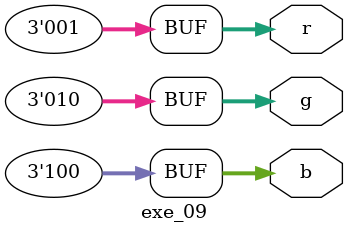
<source format=sv>
/**
*Codigo teste de modulo Aula2
*
*Autor: Víctor Vinicius Welter
*
*Data: Setembro de 2022
*
*Especificacao:
1) Crie um módulo chamado exe_9. Esse módulo deve ter 3 saídas: r, g, e b de 3 bits.
Internamente, deve definir um tipo enumerado colors_t que possui os estados RED
(3’b001), GREEN (3’b010) e BLUE (3’b100) codificados como one-hot, ou seja,
somente um bit do valor pode ser 1.
2) Atribua para r, o valor RED. Para g, o valor GREEN. Para b, o valor BLUE.
*/

module exe_09 (
    output logic [2:0] r,
    output logic [2:0] g,
    output logic [2:0] b
);

    typedef enum logic [2:0] {RED = 3'b001, GREEN = 3'b010, BLUE = 3'b100} states_t;

    assign r = RED;
    assign g = GREEN;
    assign b = BLUE;
    
endmodule
</source>
